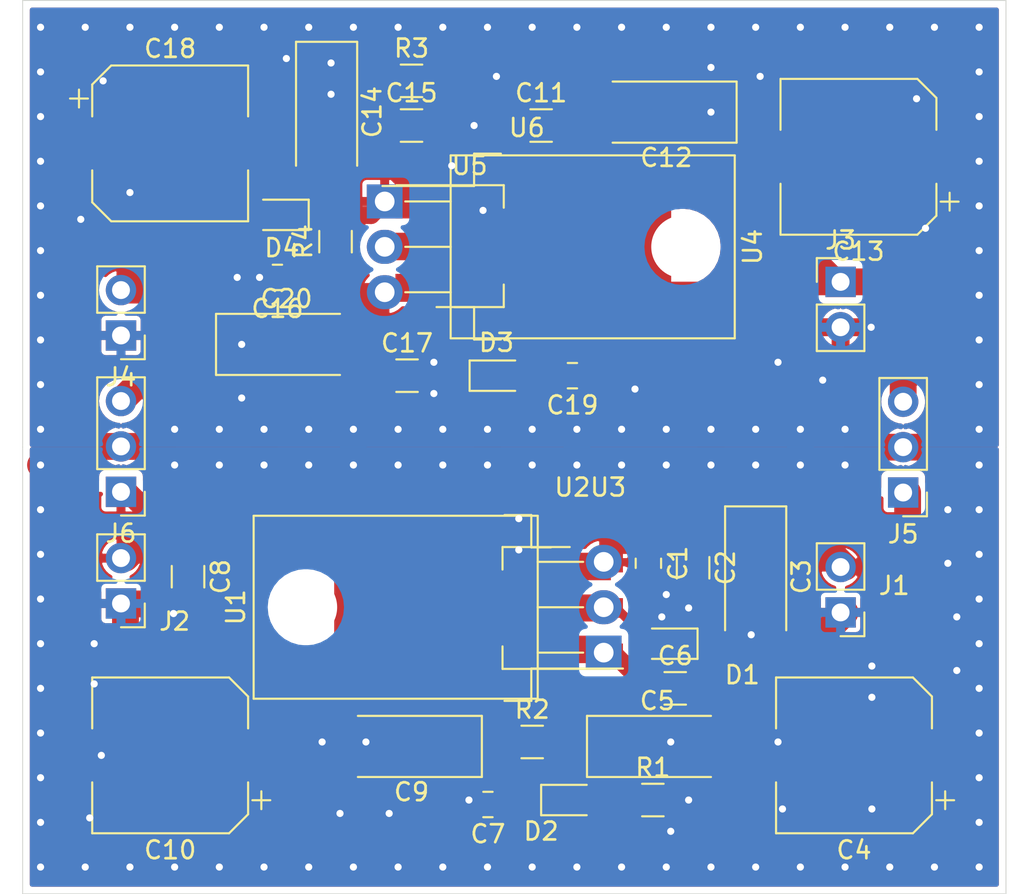
<source format=kicad_pcb>
(kicad_pcb (version 20171130) (host pcbnew "(5.1.4)-1")
  (layers (0 F.Cu signal) (31 B.Cu signal) (34 B.Paste user) (35 F.Paste user) (36 B.SilkS user) (37 F.SilkS user) (38 B.Mask user) (39 F.Mask user) (44 Edge.Cuts user))
  (net 0 "")
  (net 1 /VinA)
  (net 2 /VadjA)
  (net 3 /VoutA)
  (net 4 /GNDA)
  (net 5 /VinAN)
  (net 6 /VadjAN)
  (net 7 /VoutAN)
  (module Capacitor_Tantalum_SMD:CP_EIA-6032-15_Kemet-U_Pad2.25x2.35mm_HandSolder (layer F.Cu) (at 124.25 89.25 180)
    (fp_text reference C9 (at 0 -2.55) (layer F.SilkS))
    (fp_text value "Tant 10uF")
    (pad 1 smd roundrect (at -2.55 0 180) (size 2.25 2.35) (layers F.Cu F.Paste F.Mask) (roundrect_rratio 0.111111) (net 3 /VoutA))
    (pad 2 smd roundrect (at 2.55 0 180) (size 2.25 2.35) (layers F.Cu F.Paste F.Mask) (roundrect_rratio 0.111111) (net 4 /GNDA))
  )
  (module Package_TO_SOT_SMD:SOT-223 (layer F.Cu) (at 131.25 81.5 180)
    (fp_text reference U2 (at -2 6.75) (layer F.SilkS))
    (fp_text value LT3080xST)
    (pad 1 smd rect (at -3.15 -2.3 180) (size 2 1.5) (layers F.Cu F.Paste F.Mask) (net 2 /VadjA))
    (pad 3 smd rect (at -3.15 2.3 180) (size 2 1.5) (layers F.Cu F.Paste F.Mask) (net 1 /VinA))
    (pad 2 smd rect (at -3.15 0 180) (size 2 1.5) (layers F.Cu F.Paste F.Mask) (net 3 /VoutA))
    (pad 4 smd rect (at 3.15 0 180) (size 2 3.8) (layers F.Cu F.Paste F.Mask) (net 3 /VoutA))
  )
  (module Resistor_SMD:R_1206_3216Metric_Pad1.42x1.75mm_HandSolder (layer F.Cu) (at 131 89)
    (fp_text reference R2 (at 0 -1.82) (layer F.SilkS))
    (fp_text value R)
    (pad 2 smd roundrect (at 1.4875 0) (size 1.425 1.75) (layers F.Cu F.Paste F.Mask) (roundrect_rratio 0.175439) (net 2 /VadjA))
    (pad 1 smd roundrect (at -1.4875 0) (size 1.425 1.75) (layers F.Cu F.Paste F.Mask) (roundrect_rratio 0.175439) (net 3 /VoutA))
  )
  (module Resistor_SMD:R_1206_3216Metric_Pad1.42x1.75mm_HandSolder (layer F.Cu) (at 137.75 92.25)
    (fp_text reference R1 (at 0 -1.82) (layer F.SilkS))
    (fp_text value R)
    (pad 2 smd roundrect (at 1.4875 0) (size 1.425 1.75) (layers F.Cu F.Paste F.Mask) (roundrect_rratio 0.175439) (net 4 /GNDA))
    (pad 1 smd roundrect (at -1.4875 0) (size 1.425 1.75) (layers F.Cu F.Paste F.Mask) (roundrect_rratio 0.175439) (net 2 /VadjA))
  )
  (module Package_TO_SOT_THT:TO-220-3_Horizontal_TabDown (layer F.Cu) (at 135 84 90)
    (fp_text reference U1 (at 2.54 -20.58 90) (layer F.SilkS))
    (fp_text value LM317_3PinPackage)
    (pad 3 thru_hole oval (at 5.08 0 90) (size 1.905 2) (drill 1.1) (layers *.Cu *.Mask) (net 1 /VinA))
    (pad 2 thru_hole oval (at 2.54 0 90) (size 1.905 2) (drill 1.1) (layers *.Cu *.Mask) (net 3 /VoutA))
    (pad 1 thru_hole rect (at 0 0 90) (size 1.905 2) (drill 1.1) (layers *.Cu *.Mask) (net 2 /VadjA))
    (pad "" np_thru_hole oval (at 2.54 -16.66 90) (size 3.5 3.5) (drill 3.5) (layers *.Cu *.Mask))
  )
  (module Package_TO_SOT_SMD:TO-263-3_TabPin4 (layer F.Cu) (at 128 81.5 180)
    (fp_text reference U3 (at -7.25 6.75) (layer F.SilkS))
    (fp_text value LT3080xST)
    (pad 4 smd rect (at 3.375 0 180) (size 9.4 10.8) (layers F.Cu F.Mask) (net 3 /VoutA))
    (pad 3 smd rect (at -5.775 2.54 180) (size 4.6 1.1) (layers F.Cu F.Paste F.Mask) (net 1 /VinA))
    (pad 2 smd rect (at -5.775 0 180) (size 4.6 1.1) (layers F.Cu F.Paste F.Mask) (net 3 /VoutA))
    (pad 1 smd rect (at -5.775 -2.54 180) (size 4.6 1.1) (layers F.Cu F.Paste F.Mask) (net 2 /VadjA))
  )
  (module Connector_PinHeader_2.54mm:PinHeader_1x02_P2.54mm_Vertical (layer F.Cu) (at 108 81.25 180)
    (fp_text reference J2 (at -3 -1) (layer F.SilkS))
    (fp_text value Conn_01x02_Male)
    (pad 2 thru_hole oval (at 0 2.54 180) (size 1.7 1.7) (drill 1) (layers *.Cu *.Mask) (net 3 /VoutA))
    (pad 1 thru_hole rect (at 0 0 180) (size 1.7 1.7) (drill 1) (layers *.Cu *.Mask) (net 4 /GNDA))
  )
  (module Connector_PinHeader_2.54mm:PinHeader_1x02_P2.54mm_Vertical (layer F.Cu) (at 148.25 81.75 180)
    (fp_text reference J1 (at -3 1.5) (layer F.SilkS))
    (fp_text value Conn_01x02_Male)
    (pad 2 thru_hole oval (at 0 2.54 180) (size 1.7 1.7) (drill 1) (layers *.Cu *.Mask) (net 1 /VinA))
    (pad 1 thru_hole rect (at 0 0 180) (size 1.7 1.7) (drill 1) (layers *.Cu *.Mask) (net 4 /GNDA))
  )
  (module Diode_SMD:D_SOD-323 (layer F.Cu) (at 133 92.25)
    (fp_text reference D2 (at -1.5 1.75) (layer F.SilkS))
    (fp_text value D)
    (pad 2 smd rect (at 1.05 0) (size 0.6 0.45) (layers F.Cu F.Paste F.Mask) (net 2 /VadjA))
    (pad 1 smd rect (at -1.05 0) (size 0.6 0.45) (layers F.Cu F.Paste F.Mask) (net 3 /VoutA))
  )
  (module Diode_SMD:D_SOD-323 (layer F.Cu) (at 138.75 83.5 180)
    (fp_text reference D1 (at -4 -1.75) (layer F.SilkS))
    (fp_text value D)
    (pad 2 smd rect (at 1.05 0 180) (size 0.6 0.45) (layers F.Cu F.Paste F.Mask) (net 3 /VoutA))
    (pad 1 smd rect (at -1.05 0 180) (size 0.6 0.45) (layers F.Cu F.Paste F.Mask) (net 1 /VinA))
  )
  (module Connector_PinHeader_2.54mm:PinHeader_1x03_P2.54mm_Vertical (layer F.Cu) (at 108 75 180)
    (fp_text reference J6 (at 0 -2.33) (layer F.SilkS))
    (fp_text value Conn_01x03_Male)
    (pad 3 thru_hole oval (at 0 5.08 180) (size 1.7 1.7) (drill 1) (layers *.Cu *.Mask) (net 7 /VoutAN))
    (pad 2 thru_hole oval (at 0 2.54 180) (size 1.7 1.7) (drill 1) (layers *.Cu *.Mask) (net 4 /GNDA))
    (pad 1 thru_hole rect (at 0 0 180) (size 1.7 1.7) (drill 1) (layers *.Cu *.Mask) (net 3 /VoutA))
  )
  (module Connector_PinHeader_2.54mm:PinHeader_1x03_P2.54mm_Vertical (layer F.Cu) (at 151.75 75.04 180)
    (fp_text reference J5 (at 0 -2.33) (layer F.SilkS))
    (fp_text value Conn_01x03_Male)
    (pad 3 thru_hole oval (at 0 5.08 180) (size 1.7 1.7) (drill 1) (layers *.Cu *.Mask) (net 5 /VinAN))
    (pad 2 thru_hole oval (at 0 2.54 180) (size 1.7 1.7) (drill 1) (layers *.Cu *.Mask) (net 4 /GNDA))
    (pad 1 thru_hole rect (at 0 0 180) (size 1.7 1.7) (drill 1) (layers *.Cu *.Mask) (net 1 /VinA))
  )
  (module Package_TO_SOT_SMD:TO-263-2 (layer F.Cu) (at 130.7 61.275)
    (fp_text reference U6 (at 0 -6.65) (layer F.SilkS))
    (fp_text value LM337_TO263)
    (pad 2 smd rect (at 3.375 0) (size 9.4 10.8) (layers F.Cu F.Mask) (net 5 /VinAN))
    (pad 3 smd rect (at -5.775 2.54) (size 4.6 1.1) (layers F.Cu F.Paste F.Mask) (net 7 /VoutAN))
    (pad 1 smd rect (at -5.775 -2.54) (size 4.6 1.1) (layers F.Cu F.Paste F.Mask) (net 6 /VadjAN))
  )
  (module Package_TO_SOT_SMD:SOT-223-3_TabPin2 (layer F.Cu) (at 127.5 61.25)
    (fp_text reference U5 (at 0 -4.5) (layer F.SilkS))
    (fp_text value LM337_SOT223)
    (pad 1 smd rect (at -3.15 -2.3) (size 2 1.5) (layers F.Cu F.Paste F.Mask) (net 6 /VadjAN))
    (pad 3 smd rect (at -3.15 2.3) (size 2 1.5) (layers F.Cu F.Paste F.Mask) (net 7 /VoutAN))
    (pad 2 smd rect (at -3.15 0) (size 2 1.5) (layers F.Cu F.Paste F.Mask) (net 5 /VinAN))
    (pad 2 smd rect (at 3.15 0) (size 2 3.8) (layers F.Cu F.Paste F.Mask) (net 5 /VinAN))
  )
  (module Capacitor_Tantalum_SMD:CP_EIA-6032-15_Kemet-U_Pad2.25x2.35mm_HandSolder (layer F.Cu) (at 117.25 66.75)
    (fp_text reference C20 (at 0 -2.55) (layer F.SilkS))
    (fp_text value "Tant 10uF")
    (pad 2 smd roundrect (at 2.55 0) (size 2.25 2.35) (layers F.Cu F.Paste F.Mask) (roundrect_rratio 0.111111) (net 7 /VoutAN))
    (pad 1 smd roundrect (at -2.55 0) (size 2.25 2.35) (layers F.Cu F.Paste F.Mask) (roundrect_rratio 0.111111) (net 4 /GNDA))
  )
  (module Capacitor_SMD:C_1206_3216Metric_Pad1.42x1.75mm_HandSolder (layer F.Cu) (at 124.25 54.5)
    (fp_text reference C15 (at 0 -1.82) (layer F.SilkS))
    (fp_text value "0.01u c0g")
    (pad 2 smd roundrect (at 1.4875 0) (size 1.425 1.75) (layers F.Cu F.Paste F.Mask) (roundrect_rratio 0.175439) (net 4 /GNDA))
    (pad 1 smd roundrect (at -1.4875 0) (size 1.425 1.75) (layers F.Cu F.Paste F.Mask) (roundrect_rratio 0.175439) (net 6 /VadjAN))
  )
  (module Capacitor_SMD:C_1206_3216Metric_Pad1.42x1.75mm_HandSolder (layer F.Cu) (at 131.5 54.5)
    (fp_text reference C11 (at 0 -1.82) (layer F.SilkS))
    (fp_text value 1u)
    (pad 2 smd roundrect (at 1.4875 0) (size 1.425 1.75) (layers F.Cu F.Paste F.Mask) (roundrect_rratio 0.175439) (net 5 /VinAN))
    (pad 1 smd roundrect (at -1.4875 0) (size 1.425 1.75) (layers F.Cu F.Paste F.Mask) (roundrect_rratio 0.175439) (net 4 /GNDA))
  )
  (module Resistor_SMD:R_1206_3216Metric_Pad1.42x1.75mm_HandSolder (layer F.Cu) (at 120 61 90)
    (fp_text reference R4 (at 0 -1.82 90) (layer F.SilkS))
    (fp_text value R)
    (pad 2 smd roundrect (at 1.4875 0 90) (size 1.425 1.75) (layers F.Cu F.Paste F.Mask) (roundrect_rratio 0.175439) (net 6 /VadjAN))
    (pad 1 smd roundrect (at -1.4875 0 90) (size 1.425 1.75) (layers F.Cu F.Paste F.Mask) (roundrect_rratio 0.175439) (net 7 /VoutAN))
  )
  (module Resistor_SMD:R_1206_3216Metric_Pad1.42x1.75mm_HandSolder (layer F.Cu) (at 124.25 52)
    (fp_text reference R3 (at 0 -1.82) (layer F.SilkS))
    (fp_text value R)
    (pad 2 smd roundrect (at 1.4875 0) (size 1.425 1.75) (layers F.Cu F.Paste F.Mask) (roundrect_rratio 0.175439) (net 4 /GNDA))
    (pad 1 smd roundrect (at -1.4875 0) (size 1.425 1.75) (layers F.Cu F.Paste F.Mask) (roundrect_rratio 0.175439) (net 6 /VadjAN))
  )
  (module Capacitor_SMD:C_1206_3216Metric_Pad1.42x1.75mm_HandSolder (layer F.Cu) (at 124 68.5)
    (fp_text reference C17 (at 0 -1.82) (layer F.SilkS))
    (fp_text value 1u)
    (pad 2 smd roundrect (at 1.4875 0) (size 1.425 1.75) (layers F.Cu F.Paste F.Mask) (roundrect_rratio 0.175439) (net 4 /GNDA))
    (pad 1 smd roundrect (at -1.4875 0) (size 1.425 1.75) (layers F.Cu F.Paste F.Mask) (roundrect_rratio 0.175439) (net 7 /VoutAN))
  )
  (module Capacitor_SMD:C_0805_2012Metric_Pad1.15x1.40mm_HandSolder (layer F.Cu) (at 116.75 63 180)
    (fp_text reference C16 (at 0 -1.75) (layer F.SilkS))
    (fp_text value 0.1u)
    (pad 2 smd roundrect (at 1.025 0 180) (size 1.15 1.4) (layers F.Cu F.Paste F.Mask) (roundrect_rratio 0.217391) (net 4 /GNDA))
    (pad 1 smd roundrect (at -1.025 0 180) (size 1.15 1.4) (layers F.Cu F.Paste F.Mask) (roundrect_rratio 0.217391) (net 7 /VoutAN))
  )
  (module Package_TO_SOT_THT:TO-220-3_Horizontal_TabDown (layer F.Cu) (at 122.75 58.75 270)
    (fp_text reference U4 (at 2.54 -20.58 90) (layer F.SilkS))
    (fp_text value LM337_TO220)
    (pad 3 thru_hole oval (at 5.08 0 270) (size 1.905 2) (drill 1.1) (layers *.Cu *.Mask) (net 7 /VoutAN))
    (pad 2 thru_hole oval (at 2.54 0 270) (size 1.905 2) (drill 1.1) (layers *.Cu *.Mask) (net 5 /VinAN))
    (pad 1 thru_hole rect (at 0 0 270) (size 1.905 2) (drill 1.1) (layers *.Cu *.Mask) (net 6 /VadjAN))
    (pad "" np_thru_hole oval (at 2.54 -16.66 270) (size 3.5 3.5) (drill 3.5) (layers *.Cu *.Mask))
  )
  (module Connector_PinHeader_2.54mm:PinHeader_1x02_P2.54mm_Vertical (layer F.Cu) (at 108 66.25 180)
    (fp_text reference J4 (at 0 -2.33) (layer F.SilkS))
    (fp_text value Conn_01x02_Male)
    (pad 2 thru_hole oval (at 0 2.54 180) (size 1.7 1.7) (drill 1) (layers *.Cu *.Mask) (net 7 /VoutAN))
    (pad 1 thru_hole rect (at 0 0 180) (size 1.7 1.7) (drill 1) (layers *.Cu *.Mask) (net 4 /GNDA))
  )
  (module Connector_PinHeader_2.54mm:PinHeader_1x02_P2.54mm_Vertical (layer F.Cu) (at 148.25 63.25)
    (fp_text reference J3 (at 0 -2.33) (layer F.SilkS))
    (fp_text value Conn_01x02_Male)
    (pad 2 thru_hole oval (at 0 2.54) (size 1.7 1.7) (drill 1) (layers *.Cu *.Mask) (net 4 /GNDA))
    (pad 1 thru_hole rect (at 0 0) (size 1.7 1.7) (drill 1) (layers *.Cu *.Mask) (net 5 /VinAN))
  )
  (module Diode_SMD:D_SOD-323 (layer F.Cu) (at 117 59.5 180)
    (fp_text reference D4 (at 0 -1.85) (layer F.SilkS))
    (fp_text value D)
    (pad 2 smd rect (at 1.05 0 180) (size 0.6 0.45) (layers F.Cu F.Paste F.Mask) (net 7 /VoutAN))
    (pad 1 smd rect (at -1.05 0 180) (size 0.6 0.45) (layers F.Cu F.Paste F.Mask) (net 6 /VadjAN))
  )
  (module Diode_SMD:D_SOD-323 (layer F.Cu) (at 129 68.5)
    (fp_text reference D3 (at 0 -1.85) (layer F.SilkS))
    (fp_text value D)
    (pad 2 smd rect (at 1.05 0) (size 0.6 0.45) (layers F.Cu F.Paste F.Mask) (net 5 /VinAN))
    (pad 1 smd rect (at -1.05 0) (size 0.6 0.45) (layers F.Cu F.Paste F.Mask) (net 7 /VoutAN))
  )
  (module Capacitor_SMD:CP_Elec_8x10.5 (layer F.Cu) (at 110.75 55.5)
    (fp_text reference C18 (at 0 -5.3) (layer F.SilkS))
    (fp_text value Electrolytic)
    (pad 2 smd roundrect (at 3.7 0) (size 4.4 2.5) (layers F.Cu F.Paste F.Mask) (roundrect_rratio 0.1) (net 7 /VoutAN))
    (pad 1 smd roundrect (at -3.7 0) (size 4.4 2.5) (layers F.Cu F.Paste F.Mask) (roundrect_rratio 0.1) (net 4 /GNDA))
  )
  (module Capacitor_Tantalum_SMD:CP_EIA-6032-15_Kemet-U_Pad2.25x2.35mm_HandSolder (layer F.Cu) (at 119.5 53.75 270)
    (fp_text reference C14 (at 0 -2.55 90) (layer F.SilkS))
    (fp_text value "Tant 10uF")
    (pad 2 smd roundrect (at 2.55 0 270) (size 2.25 2.35) (layers F.Cu F.Paste F.Mask) (roundrect_rratio 0.111111) (net 6 /VadjAN))
    (pad 1 smd roundrect (at -2.55 0 270) (size 2.25 2.35) (layers F.Cu F.Paste F.Mask) (roundrect_rratio 0.111111) (net 4 /GNDA))
  )
  (module Capacitor_SMD:CP_Elec_8x10.5 (layer F.Cu) (at 149.25 56.25 180)
    (fp_text reference C13 (at 0 -5.3) (layer F.SilkS))
    (fp_text value Electrolytic)
    (pad 2 smd roundrect (at 3.7 0 180) (size 4.4 2.5) (layers F.Cu F.Paste F.Mask) (roundrect_rratio 0.1) (net 5 /VinAN))
    (pad 1 smd roundrect (at -3.7 0 180) (size 4.4 2.5) (layers F.Cu F.Paste F.Mask) (roundrect_rratio 0.1) (net 4 /GNDA))
  )
  (module Capacitor_Tantalum_SMD:CP_EIA-6032-15_Kemet-U_Pad2.25x2.35mm_HandSolder (layer F.Cu) (at 138.5 53.75 180)
    (fp_text reference C12 (at 0 -2.55) (layer F.SilkS))
    (fp_text value "Tant 10uF")
    (pad 2 smd roundrect (at 2.55 0 180) (size 2.25 2.35) (layers F.Cu F.Paste F.Mask) (roundrect_rratio 0.111111) (net 5 /VinAN))
    (pad 1 smd roundrect (at -2.55 0 180) (size 2.25 2.35) (layers F.Cu F.Paste F.Mask) (roundrect_rratio 0.111111) (net 4 /GNDA))
  )
  (module Capacitor_SMD:C_0805_2012Metric_Pad1.15x1.40mm_HandSolder (layer F.Cu) (at 133.25 68.5 180)
    (fp_text reference C19 (at 0 -1.65) (layer F.SilkS))
    (fp_text value 0.1u)
    (pad 2 smd roundrect (at 1.025 0 180) (size 1.15 1.4) (layers F.Cu F.Paste F.Mask) (roundrect_rratio 0.217391) (net 5 /VinAN))
    (pad 1 smd roundrect (at -1.025 0 180) (size 1.15 1.4) (layers F.Cu F.Paste F.Mask) (roundrect_rratio 0.217391) (net 4 /GNDA))
  )
  (module Capacitor_SMD:C_0805_2012Metric_Pad1.15x1.40mm_HandSolder (layer F.Cu) (at 137.5 79 270)
    (fp_text reference C1 (at 0 -1.65 90) (layer F.SilkS))
    (fp_text value 0.1u)
    (pad 1 smd roundrect (at -1.025 0 270) (size 1.15 1.4) (layers F.Cu F.Paste F.Mask) (roundrect_rratio 0.217391) (net 1 /VinA))
    (pad 2 smd roundrect (at 1.025 0 270) (size 1.15 1.4) (layers F.Cu F.Paste F.Mask) (roundrect_rratio 0.217391) (net 4 /GNDA))
  )
  (module Capacitor_SMD:C_1206_3216Metric_Pad1.42x1.75mm_HandSolder (layer F.Cu) (at 140 79.25 270)
    (fp_text reference C2 (at 0 -1.82 90) (layer F.SilkS))
    (fp_text value 1u)
    (pad 1 smd roundrect (at -1.4875 0 270) (size 1.425 1.75) (layers F.Cu F.Paste F.Mask) (roundrect_rratio 0.175439) (net 1 /VinA))
    (pad 2 smd roundrect (at 1.4875 0 270) (size 1.425 1.75) (layers F.Cu F.Paste F.Mask) (roundrect_rratio 0.175439) (net 4 /GNDA))
  )
  (module Capacitor_Tantalum_SMD:CP_EIA-6032-15_Kemet-U_Pad2.25x2.35mm_HandSolder (layer F.Cu) (at 143.5 79.75 270)
    (fp_text reference C3 (at 0 -2.55 90) (layer F.SilkS))
    (fp_text value "Tant 10uF")
    (pad 1 smd roundrect (at -2.55 0 270) (size 2.25 2.35) (layers F.Cu F.Paste F.Mask) (roundrect_rratio 0.111111) (net 1 /VinA))
    (pad 2 smd roundrect (at 2.55 0 270) (size 2.25 2.35) (layers F.Cu F.Paste F.Mask) (roundrect_rratio 0.111111) (net 4 /GNDA))
  )
  (module Capacitor_SMD:CP_Elec_8x10.5 (layer F.Cu) (at 149 89.75 180)
    (fp_text reference C4 (at 0 -5.3) (layer F.SilkS))
    (fp_text value Electrolytic)
    (pad 1 smd roundrect (at -3.7 0 180) (size 4.4 2.5) (layers F.Cu F.Paste F.Mask) (roundrect_rratio 0.1) (net 1 /VinA))
    (pad 2 smd roundrect (at 3.7 0 180) (size 4.4 2.5) (layers F.Cu F.Paste F.Mask) (roundrect_rratio 0.1) (net 4 /GNDA))
  )
  (module Capacitor_Tantalum_SMD:CP_EIA-6032-15_Kemet-U_Pad2.25x2.35mm_HandSolder (layer F.Cu) (at 138 89.25)
    (fp_text reference C5 (at 0 -2.55) (layer F.SilkS))
    (fp_text value "Tant 10uF")
    (pad 2 smd roundrect (at 2.55 0) (size 2.25 2.35) (layers F.Cu F.Paste F.Mask) (roundrect_rratio 0.111111) (net 4 /GNDA))
    (pad 1 smd roundrect (at -2.55 0) (size 2.25 2.35) (layers F.Cu F.Paste F.Mask) (roundrect_rratio 0.111111) (net 2 /VadjA))
  )
  (module Capacitor_SMD:C_1206_3216Metric_Pad1.42x1.75mm_HandSolder (layer F.Cu) (at 139 86)
    (fp_text reference C6 (at 0 -1.82) (layer F.SilkS))
    (fp_text value "0.01u c0g")
    (pad 1 smd roundrect (at -1.4875 0) (size 1.425 1.75) (layers F.Cu F.Paste F.Mask) (roundrect_rratio 0.175439) (net 2 /VadjA))
    (pad 2 smd roundrect (at 1.4875 0) (size 1.425 1.75) (layers F.Cu F.Paste F.Mask) (roundrect_rratio 0.175439) (net 4 /GNDA))
  )
  (module Capacitor_SMD:C_0805_2012Metric_Pad1.15x1.40mm_HandSolder (layer F.Cu) (at 128.525 92.5 180)
    (fp_text reference C7 (at 0 -1.65) (layer F.SilkS))
    (fp_text value 0.1u)
    (pad 2 smd roundrect (at 1.025 0 180) (size 1.15 1.4) (layers F.Cu F.Paste F.Mask) (roundrect_rratio 0.217391) (net 4 /GNDA))
    (pad 1 smd roundrect (at -1.025 0 180) (size 1.15 1.4) (layers F.Cu F.Paste F.Mask) (roundrect_rratio 0.217391) (net 3 /VoutA))
  )
  (module Capacitor_SMD:C_1206_3216Metric_Pad1.42x1.75mm_HandSolder (layer F.Cu) (at 111.75 79.75 270)
    (fp_text reference C8 (at 0 -1.82 90) (layer F.SilkS))
    (fp_text value 1u)
    (pad 2 smd roundrect (at 1.4875 0 270) (size 1.425 1.75) (layers F.Cu F.Paste F.Mask) (roundrect_rratio 0.175439) (net 4 /GNDA))
    (pad 1 smd roundrect (at -1.4875 0 270) (size 1.425 1.75) (layers F.Cu F.Paste F.Mask) (roundrect_rratio 0.175439) (net 3 /VoutA))
  )
  (module Capacitor_SMD:CP_Elec_8x10.5 (layer F.Cu) (at 110.75 89.75 180)
    (fp_text reference C10 (at 0 -5.3) (layer F.SilkS))
    (fp_text value Electrolytic)
    (pad 1 smd roundrect (at -3.7 0 180) (size 4.4 2.5) (layers F.Cu F.Paste F.Mask) (roundrect_rratio 0.1) (net 3 /VoutA))
    (pad 2 smd roundrect (at 3.7 0 180) (size 4.4 2.5) (layers F.Cu F.Paste F.Mask) (roundrect_rratio 0.1) (net 4 /GNDA))
  )
  (gr_line (start 157.5 47.5) (end 157.5 72.5) (layer Edge.Cuts) (width 0.05))
  (gr_line (start 102.5 47.5) (end 157.5 47.5) (layer Edge.Cuts) (width 0.05))
  (gr_line (start 102.5 72.5) (end 102.5 47.5) (layer Edge.Cuts) (width 0.05))
  (gr_line (start 102.5 97.5) (end 157.5 97.5) (layer Edge.Cuts) (width 0.05))
  (gr_line (start 102.5 97.5) (end 102.5 72.5) (layer Edge.Cuts) (width 0.05))
  (gr_line (start 157.5 72.5) (end 157.5 97.5) (layer Edge.Cuts) (width 0.05))
  (segment (start 152 75.04) (end 152 77) (width 1.5) (layer F.Cu) (net 1))
  (segment (start 149.702081 79.21) (end 152.2 81.707919) (width 1.5) (layer F.Cu) (net 1))
  (segment (start 152.2 81.707919) (end 152.2 89) (width 1.5) (layer F.Cu) (net 1))
  (segment (start 141.75 79.45) (end 143.25 77.95) (width 0.5) (layer F.Cu) (net 1))
  (segment (start 141.75 82.35) (end 141.75 79.45) (width 0.5) (layer F.Cu) (net 1))
  (segment (start 140.6 83.5) (end 141.75 82.35) (width 0.5) (layer F.Cu) (net 1))
  (segment (start 139.8 83.5) (end 140.6 83.5) (width 0.5) (layer F.Cu) (net 1))
  (segment (start 135.625 77.975) (end 137.5 77.975) (width 1) (layer F.Cu) (net 1))
  (segment (start 134.4 79.2) (end 135.625 77.975) (width 1) (layer F.Cu) (net 1))
  (segment (start 139.7875 77.975) (end 140 77.7625) (width 1) (layer F.Cu) (net 1))
  (segment (start 137.5 77.975) (end 139.7875 77.975) (width 1) (layer F.Cu) (net 1))
  (segment (start 142.9375 77.7625) (end 143.5 77.2) (width 1) (layer F.Cu) (net 1))
  (segment (start 140 77.7625) (end 142.9375 77.7625) (width 1) (layer F.Cu) (net 1))
  (segment (start 146.49 77.2) (end 148.5 79.21) (width 1.5) (layer F.Cu) (net 1))
  (segment (start 143.5 77.2) (end 146.49 77.2) (width 1.5) (layer F.Cu) (net 1))
  (segment (start 108.25 75) (end 109.75 76.5) (width 1) (layer F.Cu) (net 3))
  (via (at 141 53.75) (size 0.8) (drill 0.4) (layers F.Cu B.Cu) (net 4))
  (via (at 125.5 67.75) (size 0.8) (drill 0.4) (layers F.Cu B.Cu) (net 4))
  (via (at 114.75 66.75) (size 0.8) (drill 0.4) (layers F.Cu B.Cu) (net 4))
  (via (at 119.75 51) (size 0.8) (drill 0.4) (layers F.Cu B.Cu) (net 4))
  (via (at 115.75 63) (size 0.8) (drill 0.4) (layers F.Cu B.Cu) (net 4))
  (via (at 139.75 92.25) (size 0.8) (drill 0.4) (layers F.Cu B.Cu) (net 4))
  (via (at 144.75 89) (size 0.8) (drill 0.4) (layers F.Cu B.Cu) (net 4))
  (via (at 139.75 81.5) (size 0.8) (drill 0.4) (layers F.Cu B.Cu) (net 4))
  (via (at 150 84.75) (size 0.8) (drill 0.4) (layers F.Cu B.Cu) (net 4))
  (via (at 154.25 79) (size 0.8) (drill 0.4) (layers F.Cu B.Cu) (net 4))
  (via (at 154.25 76) (size 0.8) (drill 0.4) (layers F.Cu B.Cu) (net 4))
  (via (at 154.75 82) (size 0.8) (drill 0.4) (layers F.Cu B.Cu) (net 4))
  (via (at 150 86.5) (size 0.8) (drill 0.4) (layers F.Cu B.Cu) (net 4))
  (via (at 103.5 73.5) (size 0.8) (drill 0.4) (layers F.Cu B.Cu) (net 4))
  (via (at 111 73.5) (size 0.8) (drill 0.4) (layers F.Cu B.Cu) (net 4))
  (via (at 113.5 73.5) (size 0.8) (drill 0.4) (layers F.Cu B.Cu) (net 4))
  (via (at 116 73.5) (size 0.8) (drill 0.4) (layers F.Cu B.Cu) (net 4))
  (via (at 118.5 73.5) (size 0.8) (drill 0.4) (layers F.Cu B.Cu) (net 4))
  (via (at 121 73.5) (size 0.8) (drill 0.4) (layers F.Cu B.Cu) (net 4))
  (via (at 123.5 73.5) (size 0.8) (drill 0.4) (layers F.Cu B.Cu) (net 4))
  (via (at 126 73.5) (size 0.8) (drill 0.4) (layers F.Cu B.Cu) (net 4))
  (via (at 128.5 73.5) (size 0.8) (drill 0.4) (layers F.Cu B.Cu) (net 4))
  (via (at 131 73.5) (size 0.8) (drill 0.4) (layers F.Cu B.Cu) (net 4))
  (via (at 133.5 73.5) (size 0.8) (drill 0.4) (layers F.Cu B.Cu) (net 4))
  (via (at 136 73.5) (size 0.8) (drill 0.4) (layers F.Cu B.Cu) (net 4))
  (via (at 138.5 73.5) (size 0.8) (drill 0.4) (layers F.Cu B.Cu) (net 4))
  (via (at 141 73.5) (size 0.8) (drill 0.4) (layers F.Cu B.Cu) (net 4))
  (via (at 143.5 73.5) (size 0.8) (drill 0.4) (layers F.Cu B.Cu) (net 4))
  (via (at 146 73.5) (size 0.8) (drill 0.4) (layers F.Cu B.Cu) (net 4))
  (via (at 148.5 73.5) (size 0.8) (drill 0.4) (layers F.Cu B.Cu) (net 4))
  (via (at 156 73.5) (size 0.8) (drill 0.4) (layers F.Cu B.Cu) (net 4))
  (via (at 156 76) (size 0.8) (drill 0.4) (layers F.Cu B.Cu) (net 4))
  (via (at 156 78.5) (size 0.8) (drill 0.4) (layers F.Cu B.Cu) (net 4))
  (via (at 156 81) (size 0.8) (drill 0.4) (layers F.Cu B.Cu) (net 4))
  (via (at 156 83.5) (size 0.8) (drill 0.4) (layers F.Cu B.Cu) (net 4))
  (via (at 156 86) (size 0.8) (drill 0.4) (layers F.Cu B.Cu) (net 4))
  (via (at 156 88.5) (size 0.8) (drill 0.4) (layers F.Cu B.Cu) (net 4))
  (via (at 156 91) (size 0.8) (drill 0.4) (layers F.Cu B.Cu) (net 4))
  (via (at 156 93.5) (size 0.8) (drill 0.4) (layers F.Cu B.Cu) (net 4))
  (via (at 103.5 76) (size 0.8) (drill 0.4) (layers F.Cu B.Cu) (net 4))
  (via (at 103.5 78.5) (size 0.8) (drill 0.4) (layers F.Cu B.Cu) (net 4))
  (via (at 103.5 81) (size 0.8) (drill 0.4) (layers F.Cu B.Cu) (net 4))
  (via (at 103.5 83.5) (size 0.8) (drill 0.4) (layers F.Cu B.Cu) (net 4))
  (via (at 103.5 86) (size 0.8) (drill 0.4) (layers F.Cu B.Cu) (net 4))
  (via (at 103.5 88.5) (size 0.8) (drill 0.4) (layers F.Cu B.Cu) (net 4))
  (via (at 103.5 91) (size 0.8) (drill 0.4) (layers F.Cu B.Cu) (net 4))
  (via (at 103.5 93.5) (size 0.8) (drill 0.4) (layers F.Cu B.Cu) (net 4))
  (via (at 103.5 96) (size 0.8) (drill 0.4) (layers F.Cu B.Cu) (net 4))
  (via (at 106 96) (size 0.8) (drill 0.4) (layers F.Cu B.Cu) (net 4))
  (via (at 108.5 96) (size 0.8) (drill 0.4) (layers F.Cu B.Cu) (net 4))
  (via (at 111 96) (size 0.8) (drill 0.4) (layers F.Cu B.Cu) (net 4))
  (via (at 113.5 96) (size 0.8) (drill 0.4) (layers F.Cu B.Cu) (net 4))
  (via (at 116 96) (size 0.8) (drill 0.4) (layers F.Cu B.Cu) (net 4))
  (via (at 118.5 96) (size 0.8) (drill 0.4) (layers F.Cu B.Cu) (net 4))
  (via (at 121 96) (size 0.8) (drill 0.4) (layers F.Cu B.Cu) (net 4))
  (via (at 123.5 96) (size 0.8) (drill 0.4) (layers F.Cu B.Cu) (net 4))
  (via (at 126 96) (size 0.8) (drill 0.4) (layers F.Cu B.Cu) (net 4))
  (via (at 128.5 96) (size 0.8) (drill 0.4) (layers F.Cu B.Cu) (net 4))
  (via (at 131 96) (size 0.8) (drill 0.4) (layers F.Cu B.Cu) (net 4))
  (via (at 133.5 96) (size 0.8) (drill 0.4) (layers F.Cu B.Cu) (net 4))
  (via (at 136 96) (size 0.8) (drill 0.4) (layers F.Cu B.Cu) (net 4))
  (via (at 138.5 96) (size 0.8) (drill 0.4) (layers F.Cu B.Cu) (net 4))
  (via (at 141 96) (size 0.8) (drill 0.4) (layers F.Cu B.Cu) (net 4))
  (via (at 143.5 96) (size 0.8) (drill 0.4) (layers F.Cu B.Cu) (net 4))
  (via (at 146 96) (size 0.8) (drill 0.4) (layers F.Cu B.Cu) (net 4))
  (via (at 148.5 96) (size 0.8) (drill 0.4) (layers F.Cu B.Cu) (net 4))
  (via (at 151 96) (size 0.8) (drill 0.4) (layers F.Cu B.Cu) (net 4))
  (via (at 153.5 96) (size 0.8) (drill 0.4) (layers F.Cu B.Cu) (net 4))
  (via (at 156 96) (size 0.8) (drill 0.4) (layers F.Cu B.Cu) (net 4))
  (via (at 106.5 83.5) (size 0.8) (drill 0.4) (layers F.Cu B.Cu) (net 4))
  (via (at 106.5 85.75) (size 0.8) (drill 0.4) (layers F.Cu B.Cu) (net 4))
  (via (at 106.25 93.25) (size 0.8) (drill 0.4) (layers F.Cu B.Cu) (net 4))
  (via (at 110.9375 81.8125) (size 0.8) (drill 0.4) (layers F.Cu B.Cu) (net 4))
  (via (at 138.75 89) (size 0.8) (drill 0.4) (layers F.Cu B.Cu) (net 4))
  (via (at 138.75 94) (size 0.8) (drill 0.4) (layers F.Cu B.Cu) (net 4))
  (via (at 130.25 76.5) (size 0.8) (drill 0.4) (layers F.Cu B.Cu) (net 4))
  (via (at 130.25 78.25) (size 0.8) (drill 0.4) (layers F.Cu B.Cu) (net 4))
  (via (at 120.25 93) (size 0.8) (drill 0.4) (layers F.Cu B.Cu) (net 4))
  (via (at 123 93) (size 0.8) (drill 0.4) (layers F.Cu B.Cu) (net 4))
  (via (at 121.7 89) (size 0.8) (drill 0.4) (layers F.Cu B.Cu) (net 4))
  (via (at 127.4625 92.25) (size 0.8) (drill 0.4) (layers F.Cu B.Cu) (net 4))
  (via (at 119.25 89) (size 0.8) (drill 0.4) (layers F.Cu B.Cu) (net 4))
  (via (at 138.5 80.75) (size 0.8) (drill 0.4) (layers F.Cu B.Cu) (net 4))
  (segment (start 139 80.75) (end 139.75 81.5) (width 0.5) (layer F.Cu) (net 4))
  (segment (start 138.5 80.75) (end 139 80.75) (width 0.5) (layer F.Cu) (net 4))
  (via (at 154.75 85) (size 0.8) (drill 0.4) (layers F.Cu B.Cu) (net 4))
  (via (at 145 92.75) (size 0.8) (drill 0.4) (layers F.Cu B.Cu) (net 4))
  (via (at 150 92.75) (size 0.8) (drill 0.4) (layers F.Cu B.Cu) (net 4))
  (segment (start 139.75 92.25) (end 142.25 92.25) (width 1) (layer F.Cu) (net 4))
  (via (at 114.5 63) (size 0.8) (drill 0.4) (layers F.Cu B.Cu) (net 4))
  (segment (start 115.75 63) (end 114.5 63) (width 1) (layer F.Cu) (net 4))
  (via (at 103.5 71.5) (size 0.8) (drill 0.4) (layers F.Cu B.Cu) (net 4))
  (via (at 111 71.5) (size 0.8) (drill 0.4) (layers F.Cu B.Cu) (net 4))
  (via (at 113.5 71.5) (size 0.8) (drill 0.4) (layers F.Cu B.Cu) (net 4))
  (via (at 116 71.5) (size 0.8) (drill 0.4) (layers F.Cu B.Cu) (net 4))
  (via (at 118.5 71.5) (size 0.8) (drill 0.4) (layers F.Cu B.Cu) (net 4))
  (via (at 121 71.5) (size 0.8) (drill 0.4) (layers F.Cu B.Cu) (net 4))
  (via (at 123.5 71.5) (size 0.8) (drill 0.4) (layers F.Cu B.Cu) (net 4))
  (via (at 126 71.5) (size 0.8) (drill 0.4) (layers F.Cu B.Cu) (net 4))
  (via (at 128.5 71.5) (size 0.8) (drill 0.4) (layers F.Cu B.Cu) (net 4))
  (via (at 131 71.5) (size 0.8) (drill 0.4) (layers F.Cu B.Cu) (net 4))
  (via (at 133.5 71.5) (size 0.8) (drill 0.4) (layers F.Cu B.Cu) (net 4))
  (via (at 136 71.5) (size 0.8) (drill 0.4) (layers F.Cu B.Cu) (net 4))
  (via (at 138.5 71.5) (size 0.8) (drill 0.4) (layers F.Cu B.Cu) (net 4))
  (via (at 141 71.5) (size 0.8) (drill 0.4) (layers F.Cu B.Cu) (net 4))
  (via (at 143.5 71.5) (size 0.8) (drill 0.4) (layers F.Cu B.Cu) (net 4))
  (via (at 146 71.5) (size 0.8) (drill 0.4) (layers F.Cu B.Cu) (net 4))
  (via (at 148.5 71.5) (size 0.8) (drill 0.4) (layers F.Cu B.Cu) (net 4))
  (via (at 156 71.5) (size 0.8) (drill 0.4) (layers F.Cu B.Cu) (net 4))
  (via (at 103.5 69) (size 0.8) (drill 0.4) (layers F.Cu B.Cu) (net 4))
  (via (at 103.5 66.5) (size 0.8) (drill 0.4) (layers F.Cu B.Cu) (net 4))
  (via (at 103.5 64) (size 0.8) (drill 0.4) (layers F.Cu B.Cu) (net 4))
  (via (at 103.5 61.5) (size 0.8) (drill 0.4) (layers F.Cu B.Cu) (net 4))
  (via (at 103.5 59) (size 0.8) (drill 0.4) (layers F.Cu B.Cu) (net 4))
  (via (at 103.5 56.5) (size 0.8) (drill 0.4) (layers F.Cu B.Cu) (net 4))
  (via (at 103.5 54) (size 0.8) (drill 0.4) (layers F.Cu B.Cu) (net 4))
  (via (at 103.5 51.5) (size 0.8) (drill 0.4) (layers F.Cu B.Cu) (net 4))
  (via (at 103.5 49) (size 0.8) (drill 0.4) (layers F.Cu B.Cu) (net 4))
  (via (at 156 69) (size 0.8) (drill 0.4) (layers F.Cu B.Cu) (net 4))
  (via (at 156 66.5) (size 0.8) (drill 0.4) (layers F.Cu B.Cu) (net 4))
  (via (at 156 64) (size 0.8) (drill 0.4) (layers F.Cu B.Cu) (net 4))
  (via (at 156 61.5) (size 0.8) (drill 0.4) (layers F.Cu B.Cu) (net 4))
  (via (at 156 59) (size 0.8) (drill 0.4) (layers F.Cu B.Cu) (net 4))
  (via (at 156 56.5) (size 0.8) (drill 0.4) (layers F.Cu B.Cu) (net 4))
  (via (at 156 54) (size 0.8) (drill 0.4) (layers F.Cu B.Cu) (net 4))
  (via (at 156 51.5) (size 0.8) (drill 0.4) (layers F.Cu B.Cu) (net 4))
  (via (at 156 49) (size 0.8) (drill 0.4) (layers F.Cu B.Cu) (net 4))
  (via (at 106 49) (size 0.8) (drill 0.4) (layers F.Cu B.Cu) (net 4))
  (via (at 108.5 49) (size 0.8) (drill 0.4) (layers F.Cu B.Cu) (net 4))
  (via (at 111 49) (size 0.8) (drill 0.4) (layers F.Cu B.Cu) (net 4))
  (via (at 113.5 49) (size 0.8) (drill 0.4) (layers F.Cu B.Cu) (net 4))
  (via (at 116 49) (size 0.8) (drill 0.4) (layers F.Cu B.Cu) (net 4))
  (via (at 118.5 49) (size 0.8) (drill 0.4) (layers F.Cu B.Cu) (net 4))
  (via (at 121 49) (size 0.8) (drill 0.4) (layers F.Cu B.Cu) (net 4))
  (via (at 123.5 49) (size 0.8) (drill 0.4) (layers F.Cu B.Cu) (net 4))
  (via (at 126 49) (size 0.8) (drill 0.4) (layers F.Cu B.Cu) (net 4))
  (via (at 128.5 49) (size 0.8) (drill 0.4) (layers F.Cu B.Cu) (net 4))
  (via (at 131 49) (size 0.8) (drill 0.4) (layers F.Cu B.Cu) (net 4))
  (via (at 133.5 49) (size 0.8) (drill 0.4) (layers F.Cu B.Cu) (net 4))
  (via (at 136 49) (size 0.8) (drill 0.4) (layers F.Cu B.Cu) (net 4))
  (via (at 138.5 49) (size 0.8) (drill 0.4) (layers F.Cu B.Cu) (net 4))
  (via (at 141 49) (size 0.8) (drill 0.4) (layers F.Cu B.Cu) (net 4))
  (via (at 143.5 49) (size 0.8) (drill 0.4) (layers F.Cu B.Cu) (net 4))
  (via (at 146 49) (size 0.8) (drill 0.4) (layers F.Cu B.Cu) (net 4))
  (via (at 148.5 49) (size 0.8) (drill 0.4) (layers F.Cu B.Cu) (net 4))
  (via (at 151 49) (size 0.8) (drill 0.4) (layers F.Cu B.Cu) (net 4))
  (via (at 153.5 49) (size 0.8) (drill 0.4) (layers F.Cu B.Cu) (net 4))
  (via (at 119.75 52.75) (size 0.8) (drill 0.4) (layers F.Cu B.Cu) (net 4))
  (via (at 117.25 50.75) (size 0.8) (drill 0.4) (layers F.Cu B.Cu) (net 4))
  (segment (start 117.5 51) (end 117.25 50.75) (width 1) (layer F.Cu) (net 4))
  (segment (start 119.75 51) (end 117.5 51) (width 1) (layer F.Cu) (net 4))
  (segment (start 119.5 52.5) (end 119.75 52.75) (width 1) (layer F.Cu) (net 4))
  (segment (start 119.5 51.2) (end 119.5 52.5) (width 1) (layer F.Cu) (net 4))
  (segment (start 155 72.5) (end 156 71.5) (width 1.5) (layer F.Cu) (net 4))
  (segment (start 151.75 72.5) (end 155 72.5) (width 1.5) (layer F.Cu) (net 4))
  (segment (start 149.5 72.5) (end 148.5 73.5) (width 1.5) (layer F.Cu) (net 4))
  (segment (start 151.75 72.5) (end 149.5 72.5) (width 1.5) (layer F.Cu) (net 4))
  (segment (start 110.04 72.46) (end 111 71.5) (width 1.5) (layer F.Cu) (net 4))
  (segment (start 108 72.46) (end 110.04 72.46) (width 1.5) (layer F.Cu) (net 4))
  (segment (start 104.54 72.46) (end 103.5 73.5) (width 1.5) (layer F.Cu) (net 4))
  (segment (start 108 72.46) (end 104.54 72.46) (width 1.5) (layer F.Cu) (net 4))
  (segment (start 128.5 71.5) (end 128.5 73.5) (width 1.5) (layer F.Cu) (net 4))
  (segment (start 141 71.5) (end 141 73.5) (width 1.5) (layer F.Cu) (net 4))
  (segment (start 116 71.5) (end 116 73.5) (width 1.5) (layer F.Cu) (net 4))
  (segment (start 121 71.5) (end 121 73.5) (width 1.5) (layer B.Cu) (net 4))
  (segment (start 133.5 71.5) (end 133.5 73.5) (width 1.5) (layer B.Cu) (net 4))
  (segment (start 146 71.5) (end 146 73.5) (width 1.5) (layer B.Cu) (net 4))
  (via (at 114.75 69.75) (size 0.8) (drill 0.4) (layers F.Cu B.Cu) (net 4))
  (segment (start 114.7 66.75) (end 113.25 68.2) (width 1) (layer F.Cu) (net 4))
  (segment (start 113.5 68.45) (end 113.5 71.5) (width 1) (layer F.Cu) (net 4))
  (segment (start 113.25 68.2) (end 113.5 68.45) (width 1) (layer F.Cu) (net 4))
  (segment (start 115.845497 67.895497) (end 115.895497 67.895497) (width 1) (layer F.Cu) (net 4))
  (segment (start 114.7 66.75) (end 115.845497 67.895497) (width 1) (layer F.Cu) (net 4))
  (segment (start 116 68) (end 116 71.5) (width 1) (layer F.Cu) (net 4))
  (segment (start 115.895497 67.895497) (end 116 68) (width 1) (layer F.Cu) (net 4))
  (via (at 125.5 69.5) (size 0.8) (drill 0.4) (layers F.Cu B.Cu) (net 4))
  (segment (start 125.4875 70.9875) (end 126 71.5) (width 1) (layer F.Cu) (net 4))
  (segment (start 125.4875 68.5) (end 125.4875 70.9875) (width 1) (layer F.Cu) (net 4))
  (via (at 128.25 59.25) (size 0.8) (drill 0.4) (layers F.Cu B.Cu) (net 4))
  (via (at 126.5 56.75) (size 0.8) (drill 0.4) (layers F.Cu B.Cu) (net 4))
  (via (at 108.5 58.25) (size 0.8) (drill 0.4) (layers F.Cu B.Cu) (net 4))
  (via (at 107 52) (size 0.8) (drill 0.4) (layers F.Cu B.Cu) (net 4))
  (via (at 105.75 59.75) (size 0.8) (drill 0.4) (layers F.Cu B.Cu) (net 4))
  (segment (start 107.05 52.05) (end 107 52) (width 1) (layer F.Cu) (net 4))
  (segment (start 107.05 55.5) (end 107.05 52.05) (width 1) (layer F.Cu) (net 4))
  (segment (start 108.5 56.95) (end 107.05 55.5) (width 1) (layer F.Cu) (net 4))
  (segment (start 108.5 58.25) (end 108.5 56.95) (width 1) (layer F.Cu) (net 4))
  (segment (start 105.75 56.8) (end 107.05 55.5) (width 1) (layer F.Cu) (net 4))
  (segment (start 105.75 59.75) (end 105.75 56.8) (width 1) (layer F.Cu) (net 4))
  (via (at 129 51.75) (size 0.8) (drill 0.4) (layers F.Cu B.Cu) (net 4))
  (segment (start 125.9875 51.75) (end 125.7375 52) (width 1) (layer F.Cu) (net 4))
  (segment (start 129 51.75) (end 125.9875 51.75) (width 1) (layer F.Cu) (net 4))
  (segment (start 125.7375 55.9875) (end 126.5 56.75) (width 1) (layer F.Cu) (net 4))
  (segment (start 125.7375 54.5) (end 125.7375 55.9875) (width 1) (layer F.Cu) (net 4))
  (via (at 127.75 54.5) (size 0.8) (drill 0.4) (layers F.Cu B.Cu) (net 4))
  (segment (start 130.0125 54.5) (end 125.7375 54.5) (width 1) (layer F.Cu) (net 4))
  (via (at 143.75 51.75) (size 0.8) (drill 0.4) (layers F.Cu B.Cu) (net 4))
  (segment (start 141.75 53.75) (end 143.75 51.75) (width 1) (layer F.Cu) (net 4))
  (segment (start 141.05 53.75) (end 141.75 53.75) (width 1) (layer F.Cu) (net 4))
  (segment (start 141 53.75) (end 141 51.25) (width 1) (layer F.Cu) (net 4))
  (segment (start 141 51.25) (end 141 49) (width 1) (layer F.Cu) (net 4))
  (via (at 141 51.25) (size 0.8) (drill 0.4) (layers F.Cu B.Cu) (net 4))
  (via (at 152.5 53) (size 0.8) (drill 0.4) (layers F.Cu B.Cu) (net 4))
  (via (at 153 60.25) (size 0.8) (drill 0.4) (layers F.Cu B.Cu) (net 4))
  (segment (start 152.95 60.2) (end 153 60.25) (width 1) (layer F.Cu) (net 4))
  (segment (start 152.95 56.25) (end 152.95 60.2) (width 1) (layer F.Cu) (net 4))
  (segment (start 152.5 55.8) (end 152.95 56.25) (width 1) (layer F.Cu) (net 4))
  (segment (start 152.5 53) (end 152.5 55.8) (width 1) (layer F.Cu) (net 4))
  (segment (start 155.2 54) (end 152.95 56.25) (width 1) (layer F.Cu) (net 4))
  (segment (start 156 54) (end 155.2 54) (width 1) (layer F.Cu) (net 4))
  (segment (start 155.7 59) (end 152.95 56.25) (width 1) (layer F.Cu) (net 4))
  (segment (start 156 59) (end 155.7 59) (width 1) (layer F.Cu) (net 4))
  (via (at 136.75 69.25) (size 0.8) (drill 0.4) (layers F.Cu B.Cu) (net 4))
  (segment (start 135.025 69.25) (end 134.275 68.5) (width 1) (layer F.Cu) (net 4))
  (segment (start 136.75 69.25) (end 135.025 69.25) (width 1) (layer F.Cu) (net 4))
  (via (at 144.75 67.75) (size 0.8) (drill 0.4) (layers F.Cu B.Cu) (net 4))
  (via (at 147.25 68.75) (size 0.8) (drill 0.4) (layers F.Cu B.Cu) (net 4))
  (segment (start 148.25 67) (end 146.25 69) (width 1) (layer F.Cu) (net 4))
  (segment (start 148.25 65.79) (end 148.25 67) (width 1) (layer F.Cu) (net 4))
  (segment (start 145.71 65.79) (end 142.75 68.75) (width 1) (layer F.Cu) (net 4))
  (segment (start 148.25 65.79) (end 145.71 65.79) (width 1) (layer F.Cu) (net 4))
  (segment (start 148.25 65.79) (end 149.96 65.79) (width 1) (layer F.Cu) (net 4))
  (via (at 149.96 65.79) (size 0.8) (drill 0.4) (layers F.Cu B.Cu) (net 4))
  (segment (start 138.27929 57.07071) (end 134.075 61.275) (width 1.5) (layer F.Cu) (net 5))
  (segment (start 144.22929 57.07071) (end 138.27929 57.07071) (width 1.5) (layer F.Cu) (net 5))
  (segment (start 145.55 55.75) (end 144.22929 57.07071) (width 1.5) (layer F.Cu) (net 5))
  (segment (start 135.95 59.4) (end 134.075 61.275) (width 1.5) (layer F.Cu) (net 5))
  (segment (start 135.95 53.75) (end 135.95 59.4) (width 1.5) (layer F.Cu) (net 5))
  (segment (start 132.9875 60.1875) (end 134.075 61.275) (width 1.5) (layer F.Cu) (net 5))
  (segment (start 132.9875 54.5) (end 132.9875 60.1875) (width 1.5) (layer F.Cu) (net 5))
  (segment (start 136.790001 63.990001) (end 143.490001 63.990001) (width 1.5) (layer F.Cu) (net 5))
  (segment (start 134.075 61.275) (end 136.790001 63.990001) (width 1.5) (layer F.Cu) (net 5))
  (segment (start 130.61 61.29) (end 130.65 61.25) (width 1.5) (layer F.Cu) (net 5))
  (segment (start 122.75 61.29) (end 130.61 61.29) (width 1.5) (layer F.Cu) (net 5))
  (segment (start 145.9 63) (end 145 62.1) (width 1.5) (layer F.Cu) (net 5))
  (segment (start 148.25 63.25) (end 145.9 63.25) (width 1.5) (layer F.Cu) (net 5))
  (segment (start 145.55 57.35) (end 145.9 57.7) (width 1.5) (layer F.Cu) (net 5))
  (segment (start 145.55 55.75) (end 145.55 57.1) (width 1.5) (layer F.Cu) (net 5))
  (segment (start 130.05 68.25) (end 132.225 68.25) (width 1) (layer F.Cu) (net 5))
  (segment (start 132.225 63.125) (end 134.075 61.275) (width 1) (layer F.Cu) (net 5))
  (segment (start 132.225 68.25) (end 132.225 63.125) (width 1) (layer F.Cu) (net 5))
  (segment (start 151.75 68.757919) (end 152 68.507919) (width 1.5) (layer F.Cu) (net 5))
  (segment (start 151.75 69.96) (end 151.75 68.757919) (width 1.5) (layer F.Cu) (net 5))
  (segment (start 150.6 63.25) (end 148.25 63.25) (width 1.5) (layer F.Cu) (net 5))
  (segment (start 152 64.65) (end 150.6 63.25) (width 1.5) (layer F.Cu) (net 5))
  (segment (start 152 68.507919) (end 152 64.65) (width 1.5) (layer F.Cu) (net 5))
  (segment (start 143.490001 63.759999) (end 145.9 61.35) (width 1.5) (layer F.Cu) (net 5))
  (segment (start 143.490001 63.990001) (end 143.490001 63.759999) (width 1.5) (layer F.Cu) (net 5))
  (segment (start 145.9 57.7) (end 145.9 61.35) (width 1.5) (layer F.Cu) (net 5))
  (segment (start 145.9 61.35) (end 145.9 63) (width 1.5) (layer F.Cu) (net 5))
  (segment (start 148.25 63.25) (end 147 62) (width 1) (layer F.Cu) (net 5))
  (segment (start 135.2 54.5) (end 135.95 53.75) (width 1) (layer F.Cu) (net 5))
  (segment (start 132.9875 54.5) (end 135.2 54.5) (width 1) (layer F.Cu) (net 5))
  (segment (start 124.925 58.735) (end 124.925 58.675) (width 1) (layer F.Cu) (net 6))
  (segment (start 122.7625 56.5125) (end 122.7625 54.5) (width 1) (layer F.Cu) (net 6))
  (segment (start 124.925 58.675) (end 122.7625 56.5125) (width 1) (layer F.Cu) (net 6))
  (segment (start 122.7625 52.7875) (end 119.5 56.05) (width 1) (layer F.Cu) (net 6))
  (segment (start 122.7625 52) (end 122.7625 52.7875) (width 1) (layer F.Cu) (net 6))
  (segment (start 120 59.5125) (end 120 58.5) (width 1) (layer F.Cu) (net 6))
  (segment (start 121.9875 59.5125) (end 122.75 58.75) (width 1) (layer F.Cu) (net 6))
  (segment (start 120 59.5125) (end 121.9875 59.5125) (width 1) (layer F.Cu) (net 6))
  (segment (start 122.47 63.83) (end 119.8 66.5) (width 1.5) (layer F.Cu) (net 7))
  (segment (start 122.75 63.83) (end 122.47 63.83) (width 1.5) (layer F.Cu) (net 7))
  (segment (start 122.5125 64.0675) (end 122.75 63.83) (width 1) (layer F.Cu) (net 7))
  (segment (start 122.5125 68.25) (end 122.5125 64.0675) (width 1) (layer F.Cu) (net 7))
  (segment (start 121.3275 63.815) (end 124.925 63.815) (width 1) (layer F.Cu) (net 7))
  (segment (start 120 62.4875) (end 121.3275 63.815) (width 1) (layer F.Cu) (net 7))
  (segment (start 124.925 65.365) (end 125.25 65.69) (width 1) (layer F.Cu) (net 7))
  (segment (start 124.925 63.815) (end 124.925 65.365) (width 1) (layer F.Cu) (net 7))
  (segment (start 119.7375 62.75) (end 120 62.4875) (width 1) (layer F.Cu) (net 7))
  (segment (start 117.775 62.75) (end 119.7375 62.75) (width 1) (layer F.Cu) (net 7))
  (segment (start 114.45 57.26) (end 108 63.71) (width 1.5) (layer F.Cu) (net 7))
  (segment (start 114.45 55.25) (end 114.45 57.01) (width 1.5) (layer F.Cu) (net 7))
  (segment (start 108 63.71) (end 110.71 63.71) (width 1.5) (layer F.Cu) (net 7))
  (segment (start 113.12929 56.57071) (end 113.12929 56.62071) (width 1.5) (layer F.Cu) (net 7))
  (segment (start 114.45 55.25) (end 113.12929 56.57071) (width 1.5) (layer F.Cu) (net 7))
  (segment (start 113.12929 56.62071) (end 112 57.75) (width 1.5) (layer F.Cu) (net 7))
  (segment (start 127.95 66.84) (end 124.925 63.815) (width 1) (layer F.Cu) (net 7))
  (segment (start 127.95 68.25) (end 127.95 66.84) (width 1) (layer F.Cu) (net 7))
  (segment (start 108.849999 69.070001) (end 110.429999 69.070001) (width 1.5) (layer F.Cu) (net 7))
  (segment (start 108 69.92) (end 108.849999 69.070001) (width 1.5) (layer F.Cu) (net 7))
  (segment (start 110.429999 69.070001) (end 111.25 68.25) (width 1.5) (layer F.Cu) (net 7))
  (segment (start 111.25 68.25) (end 111.25 62.25) (width 1.5) (layer F.Cu) (net 7))
  (segment (start 135.5525 84.04) (end 137.5125 86) (width 1) (layer F.Cu) (net 2))
  (segment (start 133.775 84.04) (end 135.5525 84.04) (width 1) (layer F.Cu) (net 2))
  (segment (start 135.45 88.0625) (end 135.45 89.25) (width 1) (layer F.Cu) (net 2))
  (segment (start 137.5125 86) (end 135.45 88.0625) (width 1) (layer F.Cu) (net 2))
  (segment (start 135.45 91.4375) (end 136.2625 92.25) (width 1) (layer F.Cu) (net 2))
  (segment (start 135.45 89.25) (end 135.45 91.4375) (width 1) (layer F.Cu) (net 2))
  (segment (start 132.7375 89.25) (end 132.4875 89) (width 1) (layer F.Cu) (net 2))
  (segment (start 135.45 89.25) (end 132.7375 89.25) (width 1) (layer F.Cu) (net 2))
  (segment (start 134.05 92.25) (end 136.2625 92.25) (width 0.5) (layer F.Cu) (net 2))
  (via (at 138.25 82) (size 0.8) (drill 0.4) (layers F.Cu B.Cu) (net 4))
  (segment (start 143.25 83) (end 143.25 83.0625) (width 1) (layer F.Cu) (net 4))
  (segment (start 143.25 83.05) (end 147.2 83.05) (width 1.5) (layer F.Cu) (net 4))
  (via (at 143.25 83) (size 0.8) (drill 0.4) (layers F.Cu B.Cu) (net 4))
  (segment (start 107.75 88.05) (end 106.8 89) (width 1.5) (layer F.Cu) (net 4))
  (segment (start 106.8 89) (end 106.9 89.1) (width 1.5) (layer F.Cu) (net 4))
  (segment (start 106.9 89.1) (end 108.25 90.45) (width 1.5) (layer F.Cu) (net 4))
  (segment (start 108.25 90.45) (end 108.25 92.25) (width 1.5) (layer F.Cu) (net 4))
  (via (at 106.9 89.75) (size 0.8) (drill 0.4) (layers F.Cu B.Cu) (net 4))
  (segment (start 111.475 81.275) (end 110.9375 81.8125) (width 1.5) (layer F.Cu) (net 4))
  (segment (start 111.5 81.275) (end 111.475 81.275) (width 1.5) (layer F.Cu) (net 4))
  (segment (start 108.275 81.275) (end 108.25 81.25) (width 1.5) (layer F.Cu) (net 4))
  (segment (start 111.5 81.275) (end 108.275 81.275) (width 1.5) (layer F.Cu) (net 4))
  (segment (start 137.775 83.5) (end 137.7 83.5) (width 0.5) (layer F.Cu) (net 3))
  (segment (start 134.25 93.75) (end 137.089966 93.75) (width 0.5) (layer F.Cu) (net 3))
  (segment (start 137.089966 93.75) (end 137.75 93.089966) (width 0.5) (layer F.Cu) (net 3))
  (segment (start 137.75 93.089966) (end 137.75 88) (width 0.5) (layer F.Cu) (net 3))
  (segment (start 137.75 88) (end 138.75 87) (width 0.5) (layer F.Cu) (net 3))
  (segment (start 138.75 87) (end 138.75 84.475) (width 0.5) (layer F.Cu) (net 3))
  (segment (start 138.75 84.475) (end 137.775 83.5) (width 0.5) (layer F.Cu) (net 3))
  (segment (start 135.7 81.5) (end 137.7 83.5) (width 0.5) (layer F.Cu) (net 3))
  (segment (start 134.4 81.5) (end 135.7 81.5) (width 0.5) (layer F.Cu) (net 3))
  (segment (start 129.2625 89.25) (end 129.5125 89) (width 1) (layer F.Cu) (net 3))
  (segment (start 126.8 89.25) (end 129.2625 89.25) (width 1) (layer F.Cu) (net 3))
  (segment (start 129.55 92.5) (end 130.225 92.5) (width 1) (layer F.Cu) (net 3))
  (segment (start 108.6975 78.2625) (end 108.25 78.71) (width 1.5) (layer F.Cu) (net 3))
  (segment (start 111.75 78.2625) (end 108.6975 78.2625) (width 1.5) (layer F.Cu) (net 3))
  (segment (start 108.4875 75) (end 111.75 78.2625) (width 1) (layer F.Cu) (net 3))
  (segment (start 108.25 75) (end 108.4875 75) (width 1) (layer F.Cu) (net 3))
  (segment (start 124.625 81.5) (end 120.875 77.75) (width 1.5) (layer F.Cu) (net 3))
  (segment (start 120.875 77.75) (end 115 77.75) (width 1.5) (layer F.Cu) (net 3))
  (segment (start 124.625 81.5) (end 121.125 85) (width 1.5) (layer F.Cu) (net 3))
  (segment (start 121.125 85) (end 114.5 85) (width 1.5) (layer F.Cu) (net 3))
  (segment (start 124.625 87.075) (end 126.8 89.25) (width 1.5) (layer F.Cu) (net 3))
  (segment (start 124.625 81.5) (end 124.625 87.075) (width 1.5) (layer F.Cu) (net 3))
  (segment (start 134.96 81.5) (end 135 81.46) (width 1.5) (layer F.Cu) (net 3))
  (segment (start 124.625 81.5) (end 134.96 81.5) (width 1.5) (layer F.Cu) (net 3))
  (segment (start 129.5125 86.3875) (end 124.625 81.5) (width 1) (layer F.Cu) (net 3))
  (segment (start 129.5125 89) (end 129.5125 86.3875) (width 1) (layer F.Cu) (net 3))
  (segment (start 114.45 90.25) (end 114.45 83.55) (width 1.5) (layer F.Cu) (net 3))
  (segment (start 113.12929 88.67929) (end 113.12929 88.62929) (width 1.5) (layer F.Cu) (net 3))
  (segment (start 114.45 90) (end 113.12929 88.67929) (width 1.5) (layer F.Cu) (net 3))
  (segment (start 115.77071 88.67929) (end 115.82071 88.67929) (width 1.5) (layer F.Cu) (net 3))
  (segment (start 114.45 90) (end 115.77071 88.67929) (width 1.5) (layer F.Cu) (net 3))
  (segment (start 139.5125 80.7375) (end 138.25 82) (width 1) (layer F.Cu) (net 4))
  (segment (start 140 80.7375) (end 139.5125 80.7375) (width 1) (layer F.Cu) (net 4))
  (segment (start 137.775 80.025) (end 138.5 80.75) (width 0.5) (layer F.Cu) (net 4))
  (segment (start 137.5 80.025) (end 137.775 80.025) (width 0.5) (layer F.Cu) (net 4))
  (segment (start 140.4875 86) (end 144.75 86) (width 1) (layer F.Cu) (net 4))
  (segment (start 140.4875 89.1875) (end 140.55 89.25) (width 1) (layer F.Cu) (net 4))
  (segment (start 140.4875 86) (end 140.4875 89.1875) (width 1) (layer F.Cu) (net 4))
  (segment (start 144.8 89.25) (end 145.3 89.75) (width 1) (layer F.Cu) (net 4))
  (segment (start 140.55 89.25) (end 144.8 89.25) (width 1) (layer F.Cu) (net 4))
  (segment (start 124.95 92.5) (end 121.7 89.25) (width 1) (layer F.Cu) (net 4))
  (segment (start 127.5 92.5) (end 124.95 92.5) (width 1) (layer F.Cu) (net 4))
  (segment (start 121.7 89) (end 119.25 89) (width 1) (layer F.Cu) (net 4))
  (segment (start 137.5 81.25) (end 138.25 82) (width 1) (layer F.Cu) (net 4))
  (segment (start 137.5 80.025) (end 137.5 81.25) (width 1) (layer F.Cu) (net 4))
  (segment (start 145.3 84.95) (end 148.5 81.75) (width 1.5) (layer F.Cu) (net 4))
  (segment (start 145.3 89.75) (end 145.3 84.95) (width 1.5) (layer F.Cu) (net 4))
  (segment (start 145.3 92.45) (end 145 92.75) (width 1.5) (layer F.Cu) (net 4))
  (segment (start 145.3 89.75) (end 145.3 92.45) (width 1.5) (layer F.Cu) (net 4))
  (segment (start 108.25 88.3) (end 107.55 89) (width 1.5) (layer F.Cu) (net 4))
  (segment (start 108.25 81.25) (end 108.25 88.55) (width 1.5) (layer F.Cu) (net 4))
  (segment (start 104.25 89.25) (end 103.5 88.5) (width 1) (layer F.Cu) (net 4))
  (segment (start 107.3 89.25) (end 104.25 89.25) (width 1) (layer F.Cu) (net 4))
  (zone (net 1) (net_name /VinA) (layer F.Cu) (priority 5) (connect_pads (clearance 0.375)) (min_thickness 0.25) (fill yes (arc_segments 32) (thermal_gap 0.25) (thermal_bridge_width 0.5))
    (polygon (pts (xy 152.5 80.5) (xy 142 80.5) (xy 141 79.5) (xy 131 79.5) (xy 131 75.25) (xy 152.5 75.25)))
  )
  (zone (net 3) (net_name /VoutA) (layer F.Cu) (priority 5) (connect_pads (clearance 0.5)) (min_thickness 0.25) (fill yes (arc_segments 32) (thermal_gap 0.25) (thermal_bridge_width 0.5))
    (polygon (pts (xy 129.25 79.75) (xy 130.25 80.75) (xy 136 80.75) (xy 136 94) (xy 129.25 94) (xy 128.5 93.25) (xy 128.5 91.75) (xy 127.75 91) (xy 125 91) (xy 124.25 90.25) (xy 124.25 87.25) (xy 123 85.5) (xy 119.5 85.5) (xy 117.25 87.75) (xy 117.25 92.75) (xy 110.5 92.75) (xy 110.5 86.5) (xy 110.5 80.25) (xy 110.25 80) (xy 105.25 80) (xy 105.25 75) (xy 117 75) (xy 118 76) (xy 129.25 76)))
  )
  (zone (net 4) (net_name /GNDA) (layer F.Cu) (priority 2) (connect_pads (clearance 0.375)) (min_thickness 0.25) (fill yes (arc_segments 32) (thermal_gap 0.25) (thermal_bridge_width 0.5))
    (polygon (pts (xy 157.5 97.5) (xy 102.5 97.5) (xy 102.5 72.5) (xy 157.5 72.5)))
  )
  (zone (net 4) (net_name /GNDA) (layer B.Cu) (priority 2) (connect_pads (clearance 0.375)) (min_thickness 0.25) (fill yes (arc_segments 32) (thermal_gap 0.25) (thermal_bridge_width 0.5))
    (polygon (pts (xy 157.5 97.5) (xy 102.5 97.5) (xy 102.5 72.5) (xy 157.5 72.5)))
  )
  (zone (net 4) (net_name /GNDA) (layer B.Cu) (priority 2) (connect_pads (clearance 0.375)) (min_thickness 0.25) (fill yes (arc_segments 32) (thermal_gap 0.25) (thermal_bridge_width 0.5))
    (polygon (pts (xy 157.507256 72.5) (xy 102.507256 72.5) (xy 102.507256 47.5) (xy 157.507256 47.5)))
  )
  (zone (net 5) (net_name /VinAN) (layer F.Cu) (priority 5) (connect_pads (clearance 0.375)) (min_thickness 0.25) (fill yes (arc_segments 32) (thermal_gap 0.25) (thermal_bridge_width 0.5))
    (polygon (pts (xy 147.75 53.25) (xy 149 54.25) (xy 149 58.75) (xy 149 60.5) (xy 143 66.5) (xy 129.25 66.5) (xy 129.25 63.25) (xy 129.75 62.75) (xy 129.75 59) (xy 131.75 57) (xy 131.75 52.25) (xy 132.25 51.75) (xy 138 51.75) (xy 138.5 52.25) (xy 138.5 55.75) (xy 139.75 57) (xy 141.75 57) (xy 145.75 53.25)))
  )
  (zone (net 6) (net_name /VadjAN) (layer F.Cu) (priority 6) (connect_pads (clearance 0.375)) (min_thickness 0.25) (fill yes (arc_segments 32) (thermal_gap 0.25) (thermal_bridge_width 0.5))
    (polygon (pts (xy 124.25 51) (xy 124.25 56.5) (xy 126.25 58.5) (xy 126.25 59.75) (xy 122 59.75) (xy 121.25 60.5) (xy 119 60.5) (xy 118 59.5) (xy 118 54.75) (xy 119.25 53.5) (xy 120.25 53.5) (xy 121.5 52.25) (xy 121.5 51)))
  )
  (zone (net 7) (net_name /VoutAN) (layer F.Cu) (priority 4) (connect_pads (clearance 0.5)) (min_thickness 0.25) (fill yes (arc_segments 32) (thermal_gap 0.25) (thermal_bridge_width 0.5))
    (polygon (pts (xy 118 52.25) (xy 110.75 52.25) (xy 110.75 60.25) (xy 109.5 61.5) (xy 107 61.5) (xy 107 64.25) (xy 116.25 64.25) (xy 116.75 64.75) (xy 116.75 65.5) (xy 117.5 66.25) (xy 117.5 70) (xy 118 70.5) (xy 124 70.5) (xy 124 67) (xy 124.25 66.75) (xy 128.25 66.75) (xy 128.75 66.25) (xy 128.75 63) (xy 126 63) (xy 125.75 62.75) (xy 121.75 62.75) (xy 120.5 61.5) (xy 120.5 54.75)))
  )
  (zone (net 4) (net_name /GNDA) (layer F.Cu) (priority 2) (connect_pads (clearance 0.375)) (min_thickness 0.25) (fill yes (arc_segments 32) (thermal_gap 0.25) (thermal_bridge_width 0.5))
    (polygon (pts (xy 157.507256 72.5) (xy 102.507256 72.5) (xy 102.507256 47.5) (xy 157.507256 47.5)))
  )
)
</source>
